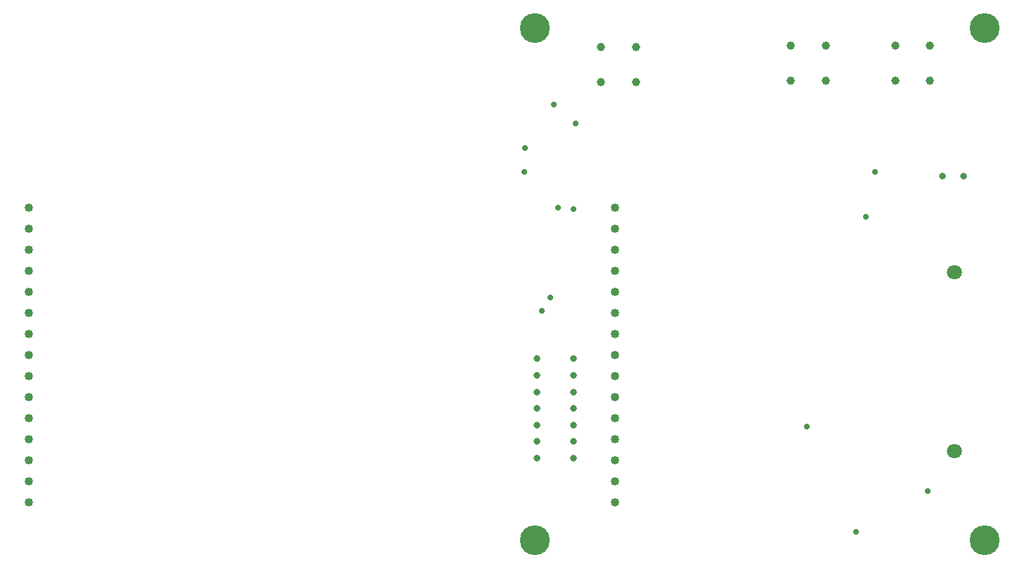
<source format=gbr>
%FSTAX23Y23*%
%MOMM*%
%SFA1B1*%

%IPPOS*%
%ADD47C,1.019998*%
%ADD48C,1.799996*%
%ADD49C,0.799998*%
%ADD50C,0.799998*%
%ADD51C,0.999998*%
%ADD52C,3.599993*%
%ADD53C,3.599993*%
%ADD54C,3.599993*%
%ADD55C,3.599993*%
%ADD56C,0.711199*%
%LNecu_freio_2024_equipe_imperador_pth_drill-1*%
%LPD*%
G54D47*
X8128Y95905D03*
Y93365D03*
Y90825D03*
Y88285D03*
Y85745D03*
Y83205D03*
Y80665D03*
Y78125D03*
Y75585D03*
Y73045D03*
Y70505D03*
Y67965D03*
Y65425D03*
Y62885D03*
Y60345D03*
X10668Y95905D03*
Y93365D03*
Y90825D03*
Y88285D03*
Y85745D03*
Y83205D03*
Y80665D03*
Y78125D03*
Y75585D03*
Y73045D03*
Y70505D03*
Y67965D03*
Y65425D03*
Y62885D03*
Y60345D03*
G54D48*
X122174Y66548D03*
Y88138D03*
G54D49*
X123317Y99695D03*
X120777D03*
G54D50*
X76327Y65659D03*
Y7769D03*
Y67691D03*
Y6969D03*
Y7169D03*
Y7369D03*
Y7569D03*
X71882Y65659D03*
Y7769D03*
Y67691D03*
Y6969D03*
Y7169D03*
Y7369D03*
Y7569D03*
G54D51*
X102489Y115451D03*
Y111252D03*
X106688Y115451D03*
Y111252D03*
X7962Y115316D03*
Y111116D03*
X8382Y115316D03*
Y111116D03*
X115053Y115451D03*
Y111252D03*
X119253Y115451D03*
Y111252D03*
G54D52*
X125857Y117602D03*
G54D53*
X125857Y55753D03*
G54D54*
X71628Y55753D03*
G54D55*
X71628Y117602D03*
G54D56*
X72517Y83439D03*
X118999Y61722D03*
X111569Y94805D03*
X104394Y69469D03*
X70358Y100203D03*
X70485Y103124D03*
X74422Y95885D03*
X76327Y95758D03*
X76581Y106045D03*
X73914Y108331D03*
X110363Y56769D03*
X73533Y8509D03*
X112649Y100253D03*
M02*
</source>
